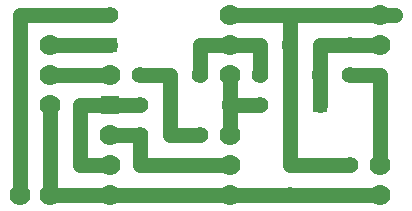
<source format=gbl>
G75*
%MOIN*%
%OFA0B0*%
%FSLAX25Y25*%
%IPPOS*%
%LPD*%
%AMOC8*
5,1,8,0,0,1.08239X$1,22.5*
%
%ADD10C,0.07000*%
%ADD11C,0.05543*%
%ADD12R,0.04756X0.04756*%
%ADD13R,0.06300X0.06300*%
%ADD14R,0.05150X0.05150*%
%ADD15C,0.05000*%
D10*
X0030337Y0011833D03*
X0040337Y0011833D03*
X0060337Y0011833D03*
X0060337Y0021833D03*
X0060337Y0031833D03*
X0040337Y0041833D03*
X0040337Y0051833D03*
X0040337Y0061833D03*
X0060337Y0051833D03*
X0100337Y0051833D03*
X0100337Y0061833D03*
X0100337Y0071833D03*
X0150337Y0071833D03*
X0150337Y0061833D03*
X0100337Y0031833D03*
X0100337Y0021833D03*
X0100337Y0011833D03*
X0150337Y0011833D03*
X0150337Y0021833D03*
D11*
X0140337Y0021833D03*
X0120337Y0011833D03*
X0090337Y0031833D03*
X0070337Y0031833D03*
X0070337Y0041833D03*
X0070337Y0051833D03*
X0090337Y0051833D03*
X0100337Y0041833D03*
X0110337Y0041833D03*
X0110337Y0051833D03*
X0130337Y0051833D03*
X0140337Y0051833D03*
X0140337Y0061833D03*
X0120337Y0061833D03*
X0060337Y0071833D03*
D12*
X0060337Y0061833D03*
X0120337Y0031833D03*
D13*
X0060337Y0041833D03*
D14*
X0130337Y0041833D03*
D15*
X0130337Y0051833D01*
X0130337Y0061833D01*
X0140337Y0061833D01*
X0150337Y0061833D01*
X0145337Y0061833D02*
X0140337Y0061833D01*
X0150337Y0071833D02*
X0120337Y0071833D01*
X0100337Y0071833D01*
X0100337Y0061833D02*
X0090337Y0061833D01*
X0090337Y0051833D01*
X0080337Y0051833D02*
X0070337Y0051833D01*
X0060337Y0051833D02*
X0040337Y0051833D01*
X0040337Y0041833D02*
X0040337Y0011833D01*
X0060337Y0011833D01*
X0100337Y0011833D01*
X0120337Y0011833D01*
X0150337Y0011833D01*
X0150337Y0021833D02*
X0150337Y0051833D01*
X0140337Y0051833D01*
X0120337Y0061833D02*
X0120337Y0071833D01*
X0120337Y0061833D02*
X0120337Y0031833D01*
X0120337Y0021833D01*
X0140337Y0021833D01*
X0100337Y0021833D02*
X0070337Y0021833D01*
X0070337Y0031833D01*
X0060337Y0031833D01*
X0080337Y0031833D02*
X0080337Y0051833D01*
X0100337Y0051833D02*
X0100337Y0041833D01*
X0100337Y0031833D01*
X0090337Y0031833D02*
X0080337Y0031833D01*
X0070337Y0041833D02*
X0060337Y0041833D01*
X0050337Y0041833D01*
X0050337Y0021833D01*
X0060337Y0021833D01*
X0030337Y0011833D02*
X0030337Y0071833D01*
X0060337Y0071833D01*
X0060337Y0061833D02*
X0040337Y0061833D01*
X0100337Y0061833D02*
X0110337Y0061833D01*
X0110337Y0051833D01*
X0110337Y0041833D02*
X0100337Y0041833D01*
X0150337Y0071833D02*
X0155337Y0071833D01*
M02*

</source>
